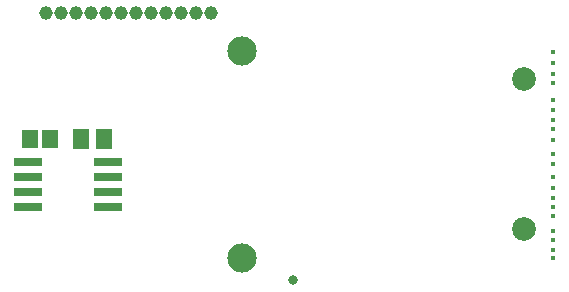
<source format=gbr>
G04 EAGLE Gerber RS-274X export*
G75*
%MOMM*%
%FSLAX34Y34*%
%LPD*%
%INSoldermask Bottom*%
%IPPOS*%
%AMOC8*
5,1,8,0,0,1.08239X$1,22.5*%
G01*
%ADD10C,0.411763*%
%ADD11C,0.811763*%
%ADD12C,2.016763*%
%ADD13C,2.481763*%
%ADD14C,1.161763*%
%ADD15R,2.397763X0.721363*%
%ADD16R,1.411763X1.711763*%
%ADD17R,1.411763X1.611762*%


D10*
X531000Y50000D03*
X531000Y57000D03*
X531000Y65000D03*
X531000Y73000D03*
X531000Y85000D03*
X531000Y93000D03*
X531000Y101000D03*
X531000Y109000D03*
X531000Y118000D03*
X531000Y129000D03*
X531000Y138000D03*
X531000Y150000D03*
X531000Y159000D03*
X531000Y167000D03*
X531000Y175000D03*
X531000Y184000D03*
X531000Y198000D03*
X531000Y206000D03*
X531000Y215000D03*
X531000Y224000D03*
D11*
X311000Y31000D03*
D12*
X506000Y201000D03*
X506000Y74000D03*
D13*
X267500Y49850D03*
X267500Y225150D03*
D14*
X190700Y257000D03*
X203400Y257000D03*
X216100Y257000D03*
X228800Y257000D03*
X241500Y257000D03*
X178000Y257000D03*
X165300Y257000D03*
X152600Y257000D03*
X139900Y257000D03*
X127200Y257000D03*
X114500Y257000D03*
X101800Y257000D03*
D15*
X153782Y130700D03*
X86218Y130700D03*
X153782Y118000D03*
X153782Y105300D03*
X86218Y118000D03*
X86218Y105300D03*
X153782Y92600D03*
X86218Y92600D03*
D16*
X131500Y151000D03*
X150500Y151000D03*
D17*
X105500Y151000D03*
X88500Y151000D03*
M02*

</source>
